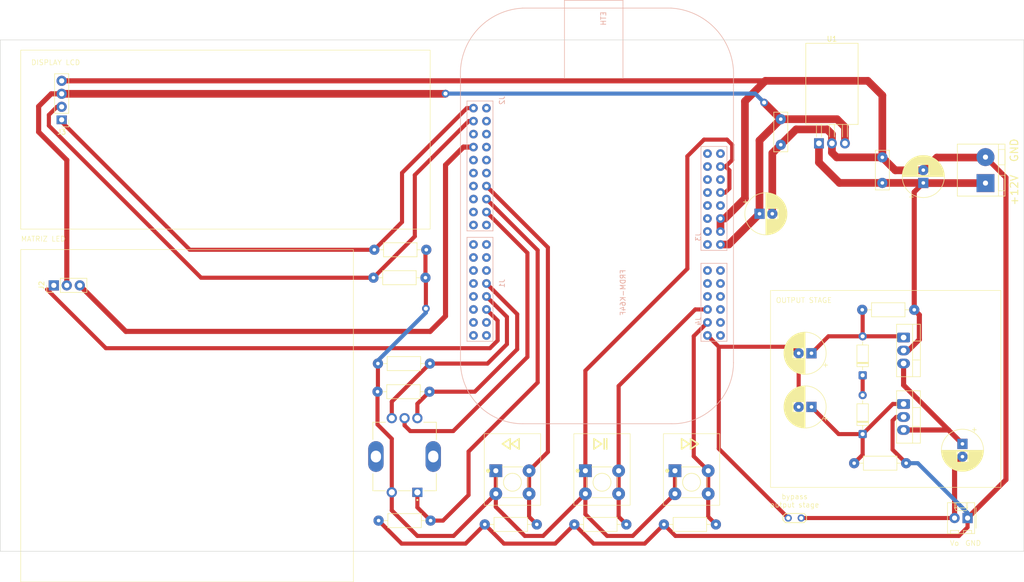
<source format=kicad_pcb>
(kicad_pcb (version 20241229) (generator "pcbnew") (generator_version "9.0")
  (layers (0 "F.Cu" signal) (2 "B.Cu" signal) (13 "F.Paste" user) (15 "B.Paste" user) (5 "F.SilkS" user "F.Silkscreen") (7 "B.SilkS" user "B.Silkscreen") (1 "F.Mask" user) (3 "B.Mask" user) (25 "Edge.Cuts" user))
  (net 0 "")
  (net 1 "+5V")
  (net 2 "GND")
  (net 3 "+12V")
  (net 5 "/enc_RCHB")
  (net 11 "/scl")
  (net 12 "/bt_play{slash}stop")
  (net 17 "/enc_sw")
  (net 19 "/enc_RCHA")
  (net 22 "/bt_next")
  (net 26 "/sda")
  (net 29 "+3V3")
  (net 33 "/matriz_led")
  (net 34 "/bt_prev")
  (net 41 "/DAC_out")
  (net 49 "Net-(Q1-E)")
  (net 50 "/etapa_salida")
  (net 51 "Net-(D1-A)")
  (net 52 "Net-(D2-K)")
  (net 53 "Net-(D1-K)")
  (footprint "TCLib:CP_2.50mm" (layer "F.Cu") (at 243.5 122 -90)
    (property "Reference" "C5" (hide yes))
    (property "Value" "C_Polarized")
    (pad "1" thru_hole rect (at 0 0 270) (size 2 2) (drill 0.7) (layers "*.Cu" "*.Mask") (net 49 "Net-(Q1-E)"))
    (pad "2" thru_hole circle (at 2.5 0 270) (size 2 2) (drill 0.7) (layers "*.Cu" "*.Mask") (net 50 "/etapa_salida"))
  )
  (footprint "TCLib:SW_Tactile" (layer "F.Cu") (at 155.575 129.5)
    (property "Reference" "S3" (hide yes))
    (property "Value" "SW_Tactile")
    (pad "1" thru_hole rect (at -3.25 -2.25) (size 2.5 2.5) (drill 0.99) (layers "*.Cu" "*.Mask") (net 29 "+3V3"))
    (pad "2" thru_hole circle (at -3.25 2.25) (size 2.5 2.5) (drill 0.99) (layers "*.Cu" "*.Mask") (net 29 "+3V3"))
    (pad "3" thru_hole circle (at 3.25 -2.25) (size 2.5 2.5) (drill 0.99) (layers "*.Cu" "*.Mask") (net 34 "/bt_prev"))
    (pad "4" thru_hole circle (at 3.25 2.25) (size 2.5 2.5) (drill 0.99) (layers "*.Cu" "*.Mask") (net 34 "/bt_prev"))
  )
  (footprint "TCLib:TO-220-3_Vertical" (layer "F.Cu") (at 232 101.195 -90)
    (property "Reference" "Q2" (hide yes))
    (property "Value" "TIP31")
    (pad "1" thru_hole roundrect (at 0 0 270) (size 1.9 2.5) (drill 1.1) (layers "*.Cu" "*.Mask") (roundrect_rratio 0.1312335958) (net 51 "Net-(D1-A)"))
    (pad "2" thru_hole oval (at 2.54 0 270) (size 1.9 2.5) (drill 1.1) (layers "*.Cu" "*.Mask") (net 3 "+12V"))
    (pad "3" thru_hole oval (at 5.08 0 270) (size 1.9 2.5) (drill 1.1) (layers "*.Cu" "*.Mask") (net 49 "Net-(Q1-E)"))
  )
  (footprint "TCLib:CP_2.50mm" (layer "F.Cu") (at 235.85 70.965 90)
    (property "Reference" "C4" (hide yes))
    (property "Value" "C_Polarized" (hide yes))
    (pad "1" thru_hole rect (at 0 0 90) (size 2 2) (drill 0.7) (layers "*.Cu" "*.Mask") (net 3 "+12V"))
    (pad "2" thru_hole circle (at 2.5 0 90) (size 2 2) (drill 0.7) (layers "*.Cu" "*.Mask") (net 2 "GND"))
  )
  (footprint "TCLib:TO-220-3_Vertical" (layer "F.Cu") (at 232 114.195 -90)
    (property "Reference" "Q1" (hide yes))
    (property "Value" "TIP32")
    (pad "1" thru_hole roundrect (at 0 0 270) (size 1.9 2.5) (drill 1.1) (layers "*.Cu" "*.Mask") (roundrect_rratio 0.1312335958) (net 52 "Net-(D2-K)"))
    (pad "2" thru_hole oval (at 2.54 0 270) (size 1.9 2.5) (drill 1.1) (layers "*.Cu" "*.Mask") (net 2 "GND"))
    (pad "3" thru_hole oval (at 5.08 0 270) (size 1.9 2.5) (drill 1.1) (layers "*.Cu" "*.Mask") (net 49 "Net-(Q1-E)"))
  )
  (footprint "TCLib:Bornera_2_P5mm" (layer "F.Cu") (at 248 71 90)
    (property "Reference" "J4" (hide yes))
    (property "Value" "Terminal_2" (hide yes))
    (pad "1" thru_hole rect (at 0 0 90) (size 3.5 3.5) (drill 1) (layers "*.Cu" "*.Mask") (net 2 "GND"))
    (pad "2" thru_hole circle (at 5.08 0 90) (size 3.5 3.5) (drill 1) (layers "*.Cu" "*.Mask") (net 3 "+12V"))
  )
  (footprint "TCLib:Molex_1x02_P2.54mm" (layer "F.Cu") (at 244.5 136.5 180)
    (property "Reference" "J7" (hide yes))
    (property "Value" "Connector_2_Pol")
    (pad "1" thru_hole rect (at 0 0 180) (size 2 2) (drill 1) (layers "*.Cu" "*.Mask") (net 2 "GND"))
    (pad "2" thru_hole circle (at 2.54 0 180) (size 2 2) (drill 1) (layers "*.Cu" "*.Mask") (net 50 "/etapa_salida"))
  )
  (footprint "TCLib:C_5mm" (layer "F.Cu") (at 208 58.5 -90)
    (property "Reference" "C1" (hide yes))
    (property "Value" "C")
    (pad "1" thru_hole circle (at 0 0 270) (size 2 2) (drill 0.7) (layers "*.Cu" "*.Mask") (net 1 "+5V"))
    (pad "2" thru_hole circle (at 5 0 270) (size 2 2) (drill 0.7) (layers "*.Cu" "*.Mask") (net 2 "GND"))
  )
  (footprint "TCLib:R_0.25W" (layer "F.Cu") (at 160.33 137.75 180)
    (property "Reference" "R7" (hide yes))
    (property "Value" "1k")
    (pad "1" thru_hole circle (at 0 0 180) (size 2 2) (drill 0.7) (layers "*.Cu" "*.Mask") (net 34 "/bt_prev"))
    (pad "2" thru_hole circle (at 10.16 0 180) (size 2 2) (drill 0.7) (layers "*.Cu" "*.Mask") (net 2 "GND"))
  )
  (footprint "TCLib:CP_2.50mm" (layer "F.Cu") (at 214 114.775 180)
    (property "Reference" "C7" (hide yes))
    (property "Value" "C_Polarized")
    (pad "1" thru_hole rect (at 0 0 180) (size 2 2) (drill 0.7) (layers "*.Cu" "*.Mask") (net 52 "Net-(D2-K)"))
    (pad "2" thru_hole circle (at 2.5 0 180) (size 2 2) (drill 0.7) (layers "*.Cu" "*.Mask") (net 41 "/DAC_out"))
  )
  (footprint "Connector_PinHeader_2.54mm:PinHeader_1x04_P2.54mm_Vertical" (layer "F.Cu") (at 67.5 58.62 180)
    (property "Reference" "J3" (at 0 -2.38 0) (layer "F.SilkS"))
    (property "Value" "Conn_01x04_Pin")
    (pad "1" thru_hole rect (at 0 0 180) (size 2 1.7) (drill 1) (layers "*.Cu" "*.Mask") (net 11 "/scl"))
    (pad "2" thru_hole circle (at 0 2.54 180) (size 2 2) (drill 1) (layers "*.Cu" "*.Mask") (net 26 "/sda"))
    (pad "3" thru_hole circle (at 0 5.08 180) (size 2 2) (drill 1) (layers "*.Cu" "*.Mask") (net 1 "+5V"))
    (pad "4" thru_hole circle (at 0 7.62 180) (size 2 2) (drill 1) (layers "*.Cu" "*.Mask") (net 2 "GND"))
  )
  (footprint "Diode_THT:D_DO-35_SOD27_P7.62mm_Horizontal" (layer "F.Cu") (at 224 108.585 90)
    (property "Reference" "D1" (hide yes))
    (property "Value" "1N4148")
    (pad "1" thru_hole roundrect (at 0 0 90) (size 1.6 1.6) (drill 0.8) (layers "*.Cu" "*.Mask") (roundrect_rratio 0.15625) (net 53 "Net-(D1-K)"))
    (pad "2" thru_hole circle (at 7.62 0 90) (size 1.6 1.6) (drill 0.8) (layers "*.Cu" "*.Mask") (net 51 "Net-(D1-A)"))
  )
  (footprint "SistEmb:XDCR_PEC12R-4115F-S0012" (layer "F.Cu") (at 134.5 124.47 180)
    (property "Reference" "SW1" (hide yes))
    (property "Value" "RotaryEncoder_Switch")
    (pad "A" thru_hole circle (at -2.5 7.5 180) (size 2 2) (drill 1.2) (layers "*.Cu" "*.Mask") (net 19 "/enc_RCHA"))
    (pad "B" thru_hole circle (at 2.5 7.5 180) (size 2 2) (drill 1.2) (layers "*.Cu" "*.Mask") (net 5 "/enc_RCHB"))
    (pad "C" thru_hole circle (at 0 7.5 180) (size 2 2) (drill 1.2) (layers "*.Cu" "*.Mask") (net 2 "GND"))
    (pad "S1" thru_hole rect (at -2.5 -7 180) (size 2 1.8) (drill 1.2) (layers "*.Cu" "*.Mask") (net 17 "/enc_sw"))
    (pad "S2" thru_hole circle (at 2.5 -7 180) (size 2 2) (drill 1.2) (layers "*.Cu" "*.Mask") (net 29 "+3V3"))
    (pad "SH1" thru_hole oval (at -5.6 0 180) (size 3 6) (drill oval 2 2.3) (layers "*.Cu" "*.Mask"))
    (pad "SH2" thru_hole oval (at 5.6 0 180) (size 3 6) (drill oval 2 2.3) (layers "*.Cu" "*.Mask"))
  )
  (footprint "TCLib:R_0.25W" (layer "F.Cu") (at 138.58 89.5 180)
    (property "Reference" "R3" (hide yes))
    (property "Value" "R" (hide yes))
    (pad "1" thru_hole circle (at 0 0 180) (size 2 2) (drill 0.7) (layers "*.Cu" "*.Mask") (net 29 "+3V3"))
    (pad "2" thru_hole circle (at 10.16 0 180) (size 2 2) (drill 0.7) (layers "*.Cu" "*.Mask") (net 26 "/sda"))
  )
  (footprint "TCLib:R_0.25W" (layer "F.Cu") (at 177.83 137.75 180)
    (property "Reference" "R5" (hide yes))
    (property "Value" "1k")
    (pad "1" thru_hole circle (at 0 0 180) (size 2 2) (drill 0.7) (layers "*.Cu" "*.Mask") (net 12 "/bt_play{slash}stop"))
    (pad "2" thru_hole circle (at 10.16 0 180) (size 2 2) (drill 0.7) (layers "*.Cu" "*.Mask") (net 2 "GND"))
  )
  (footprint "TCLib:CP_2.50mm" (layer "F.Cu") (at 214 104.275 180)
    (property "Reference" "C6" (hide yes))
    (property "Value" "C_Polarized")
    (pad "1" thru_hole rect (at 0 0 180) (size 2 2) (drill 0.7) (layers "*.Cu" "*.Mask") (net 51 "Net-(D1-A)"))
    (pad "2" thru_hole circle (at 2.5 0 180) (size 2 2) (drill 0.7) (layers "*.Cu" "*.Mask") (net 41 "/DAC_out"))
  )
  (footprint "TCLib:R_0.25W" (layer "F.Cu") (at 222.34 125.775)
    (property "Reference" "R10" (hide yes))
    (property "Value" "R")
    (pad "1" thru_hole circle (at 0 0) (size 2 2) (drill 0.7) (layers "*.Cu" "*.Mask") (net 52 "Net-(D2-K)"))
    (pad "2" thru_hole circle (at 10.16 0) (size 2 2) (drill 0.7) (layers "*.Cu" "*.Mask") (net 2 "GND"))
  )
  (footprint "Connector_PinHeader_2.54mm:PinHeader_1x03_P2.54mm_Vertical" (layer "F.Cu") (at 65.96 91 90)
    (property "Reference" "J2" (at 0 -2.38 90) (layer "F.SilkS"))
    (property "Value" "Conn_01x03_Pin")
    (pad "1" thru_hole rect (at 0 0 90) (size 2 2) (drill 1) (layers "*.Cu" "*.Mask") (net 33 "/matriz_led"))
    (pad "2" thru_hole circle (at 0 2.54 90) (size 2 2) (drill 1) (layers "*.Cu" "*.Mask") (net 1 "+5V"))
    (pad "3" thru_hole circle (at 0 5.08 90) (size 2 2) (drill 1) (layers "*.Cu" "*.Mask") (net 2 "GND"))
  )
  (footprint "TCLib:SW_Tactile" (layer "F.Cu") (at 173.075 129.5)
    (property "Reference" "S1" (hide yes))
    (property "Value" "SW_Tactile")
    (pad "1" thru_hole rect (at -3.25 -2.25) (size 2.5 2.5) (drill 0.99) (layers "*.Cu" "*.Mask") (net 29 "+3V3"))
    (pad "2" thru_hole circle (at -3.25 2.25) (size 2.5 2.5) (drill 0.99) (layers "*.Cu" "*.Mask") (net 29 "+3V3"))
    (pad "3" thru_hole circle (at 3.25 -2.25) (size 2.5 2.5) (drill 0.99) (layers "*.Cu" "*.Mask") (net 12 "/bt_play{slash}stop"))
    (pad "4" thru_hole circle (at 3.25 2.25) (size 2.5 2.5) (drill 0.99) (layers "*.Cu" "*.Mask") (net 12 "/bt_play{slash}stop"))
  )
  (footprint "TCLib:SW_Tactile" (layer "F.Cu") (at 190.575 129.5)
    (property "Reference" "S2" (hide yes))
    (property "Value" "SW_Tactile")
    (pad "1" thru_hole rect (at -3.25 -2.25) (size 2.5 2.5) (drill 0.99) (layers "*.Cu" "*.Mask") (net 29 "+3V3"))
    (pad "2" thru_hole circle (at -3.25 2.25) (size 2.5 2.5) (drill 0.99) (layers "*.Cu" "*.Mask") (net 29 "+3V3"))
    (pad "3" thru_hole circle (at 3.25 -2.25) (size 2.5 2.5) (drill 0.99) (layers "*.Cu" "*.Mask") (net 22 "/bt_next"))
    (pad "4" thru_hole circle (at 3.25 2.25) (size 2.5 2.5) (drill 0.99) (layers "*.Cu" "*.Mask") (net 22 "/bt_next"))
  )
  (footprint "TCLib:R_0.25W" (layer "F.Cu") (at 139.58 137 180)
    (property "Reference" "R8" (hide yes))
    (property "Value" "1k")
    (pad "1" thru_hole circle (at 0 0 180) (size 2 2) (drill 0.7) (layers "*.Cu" "*.Mask") (net 17 "/enc_sw"))
    (pad "2" thru_hole circle (at 10.16 0 180) (size 2 2) (drill 0.7) (layers "*.Cu" "*.Mask") (net 2 "GND"))
  )
  (footprint "TCLib:R_0.25W" (layer "F.Cu") (at 139.37 111.79 180)
    (property "Reference" "R2" (hide yes))
    (property "Value" "10k")
    (pad "1" thru_hole circle (at 0 0 180) (size 2 2) (drill 0.7) (layers "*.Cu" "*.Mask") (net 19 "/enc_RCHA"))
    (pad "2" thru_hole circle (at 10.16 0 180) (size 2 2) (drill 0.7) (layers "*.Cu" "*.Mask") (net 29 "+3V3"))
  )
  (footprint "TCLib:R_0.25W" (layer "F.Cu") (at 129.29 106.29)
    (property "Reference" "R1" (hide yes))
    (property "Value" "10k")
    (pad "1" thru_hole circle (at 0 0) (size 2 2) (drill 0.7) (layers "*.Cu" "*.Mask") (net 29 "+3V3"))
    (pad "2" thru_hole circle (at 10.16 0) (size 2 2) (drill 0.7) (layers "*.Cu" "*.Mask") (net 5 "/enc_RCHB"))
  )
  (footprint "Package_TO_SOT_THT:TO-220-3_Horizontal_TabDown" (layer "F.Cu") (at 215.46 63.23)
    (property "Reference" "U1" (at 2.54 -20.41 0) (layer "F.SilkS"))
    (property "Value" "L7805")
    (pad "" np_thru_hole circle (at 2.54 -16.66) (size 3.5 3.5) (drill 3.5) (layers "*.Cu" "*.Mask"))
    (pad "1" thru_hole rect (at 0 0) (size 1.905 2) (drill 1.1) (layers "*.Cu" "*.Mask") (net 3 "+12V"))
    (pad "2" thru_hole oval (at 2.54 0) (size 1.905 2) (drill 1.1) (layers "*.Cu" "*.Mask") (net 2 "GND"))
    (pad "3" thru_hole oval (at 5.08 0) (size 1.905 2) (drill 1.1) (layers "*.Cu" "*.Mask") (net 1 "+5V"))
  )
  (footprint "TestPoint:TestPoint_2Pads_Pitch2.54mm_Drill0.8mm" (layer "F.Cu") (at 209.46 136.5)
    (property "Reference" "JP1" (hide yes))
    (property "Value" "Jumper_2_Bridged" (hide yes))
    (pad "1" thru_hole circle (at 0 0) (size 1.4 1.4) (drill 0.8) (layers "*.Cu" "*.Mask") (net 41 "/DAC_out"))
    (pad "2" thru_hole circle (at 2.54 0) (size 1.4 1.4) (drill 0.8) (layers "*.Cu" "*.Mask") (net 50 "/etapa_salida"))
  )
  (footprint "TCLib:C_5mm" (layer "F.Cu") (at 227.85 70.965 90)
    (property "Reference" "C2" (hide yes))
    (property "Value" "C")
    (pad "1" thru_hole circle (at 0 0 90) (size 2 2) (drill 0.7) (layers "*.Cu" "*.Mask") (net 3 "+12V"))
    (pad "2" thru_hole circle (at 5 0 90) (size 2 2) (drill 0.7) (layers "*.Cu" "*.Mask") (net 2 "GND"))
  )
  (footprint "Diode_THT:D_DO-35_SOD27_P7.62mm_Horizontal" (layer "F.Cu") (at 224 120.085 90)
    (property "Reference" "D2" (hide yes))
    (property "Value" "1N4148")
    (pad "1" thru_hole roundrect (at 0 0 90) (size 1.6 1.6) (drill 0.8) (layers "*.Cu" "*.Mask") (roundrect_rratio 0.15625) (net 52 "Net-(D2-K)"))
    (pad "2" thru_hole circle (at 7.62 0 90) (size 1.6 1.6) (drill 0.8) (layers "*.Cu" "*.Mask") (net 53 "Net-(D1-K)"))
  )
  (footprint "TCLib:R_0.25W" (layer "F.Cu") (at 138.742177 84.035752 180)
    (property "Reference" "R4" (hide yes))
    (property "Value" "R")
    (pad "1" thru_hole circle (at 0 0 180) (size 2 2) (drill 0.7) (layers "*.Cu" "*.Mask") (net 29 "+3V3"))
    (pad "2" thru_hole circle (at 10.16 0 180) (size 2 2) (drill 0.7) (layers "*.Cu" "*.Mask") (net 11 "/scl"))
  )
  (footprint "TCLib:R_0.25W" (layer "F.Cu") (at 195.33 137.75 180)
    (property "Reference" "R6" (hide yes))
    (property "Value" "1k")
    (pad "1" thru_hole circle (at 0 0 180) (size 2 2) (drill 0.7) (layers "*.Cu" "*.Mask") (net 22 "/bt_next"))
    (pad "2" thru_hole circle (at 10.16 0 180) (size 2 2) (drill 0.7) (layers "*.Cu" "*.Mask") (net 2 "GND"))
  )
  (footprint "TCLib:R_0.25W" (layer "F.Cu") (at 234.08 95.775 180)
    (property "Reference" "R11" (hide yes))
    (property "Value" "R")
    (pad "1" thru_hole circle (at 0 0 180) (size 2 2) (drill 0.7) (layers "*.Cu" "*.Mask") (net 3 "+12V"))
    (pad "2" thru_hole circle (at 10.16 0 180) (size 2 2) (drill 0.7) (layers "*.Cu" "*.Mask") (net 51 "Net-(D1-A)"))
  )
  (footprint "TCLib:CP_2.50mm" (layer "F.Cu") (at 203.847349 77)
    (property "Reference" "C3" (hide yes))
    (property "Value" "C_Polarized")
    (pad "1" thru_hole rect (at 0 0) (size 2 2) (drill 0.7) (layers "*.Cu" "*.Mask") (net 1 "+5V"))
    (pad "2" thru_hole circle (at 2.5 0) (size 2 2) (drill 0.7) (layers "*.Cu" "*.Mask") (net 2 "GND"))
  )
  (footprint "SistEmb:FRDM-K64F" (layer "B.Cu") (at 172.09 77.168 -90)
    (property "Reference" "J1" (hide yes))
    (property "Value" "FRDM-K64F")
    (fp_text user "J1" (at 13.462 18.542 90) (layer "B.SilkS") (effects (justify mirror)))
    (fp_text user "J3" (at 4.318 -19.812 90) (layer "B.SilkS") (effects (justify mirror)))
    (fp_text user "ETH" (at -38.354 -1.27 90) (layer "B.SilkS") (effects (justify mirror)))
    (fp_text user "J4" (at 20.828 -19.812 90) (layer "B.SilkS") (effects (justify mirror)))
    (fp_text user "J2" (at -22.352 18.542 90) (layer "B.SilkS") (effects (justify mirror)))
    (fp_text user "FRDM-K64F" (at 15.24 -5.08 90) (layer "B.SilkS") (effects (justify mirror)))
    (pad "J1-1" thru_hole circle (at 23.622 21.59 270) (size 1.7 1.7) (drill 0.8) (layers "*.Cu" "*.Mask"))
    (pad "J1-2" thru_hole circle (at 23.622 24.13 270) (size 1.7 1.7) (drill 0.8) (layers "*.Cu" "*.Mask"))
    (pad "J1-3" thru_hole circle (at 21.082 21.59 270) (size 1.7 1.7) (drill 0.8) (layers "*.Cu" "*.Mask"))
    (pad "J1-4" thru_hole circle (at 21.082 24.13 270) (size 1.7 1.7) (drill 0.8) (layers "*.Cu" "*.Mask"))
    (pad "J1-5" thru_hole circle (at 18.542 21.59 270) (size 1.7 1.7) (drill 0.8) (layers "*.Cu" "*.Mask") (net 33 "/matriz_led"))
    (pad "J1-6" thru_hole circle (at 18.542 24.13 270) (size 1.7 1.7) (drill 0.8) (layers "*.Cu" "*.Mask"))
    (pad "J1-7" thru_hole circle (at 16.002 21.59 270) (size 1.7 1.7) (drill 0.8) (layers "*.Cu" "*.Mask") (net 5 "/enc_RCHB"))
    (pad "J1-8" thru_hole circle (at 16.002 24.13 270) (size 1.7 1.7) (drill 0.8) (layers "*.Cu" "*.Mask"))
    (pad "J1-9" thru_hole circle (at 13.462 21.59 270) (size 1.7 1.7) (drill 0.8) (layers "*.Cu" "*.Mask") (net 19 "/enc_RCHA"))
    (pad "J1-10" thru_hole circle (at 13.462 24.13 270) (size 1.7 1.7) (drill 0.8) (layers "*.Cu" "*.Mask"))
    (pad "J1-11" thru_hole circle (at 10.922 21.59 270) (size 1.7 1.7) (drill 0.8) (layers "*.Cu" "*.Mask"))
    (pad "J1-12" thru_hole circle (at 10.922 24.13 270) (size 1.7 1.7) (drill 0.8) (layers "*.Cu" "*.Mask"))
    (pad "J1-13" thru_hole circle (at 8.382 21.59 270) (size 1.7 1.7) (drill 0.8) (layers "*.Cu" "*.Mask"))
    (pad "J1-14" thru_hole circle (at 8.382 24.13 270) (size 1.7 1.7) (drill 0.8) (layers "*.Cu" "*.Mask"))
    (pad "J1-15" thru_hole circle (at 5.842 21.59 270) (size 1.7 1.7) (drill 0.8) (layers "*.Cu" "*.Mask"))
    (pad "J1-16" thru_hole circle (at 5.842 24.13 270) (size 1.7 1.7) (drill 0.8) (layers "*.Cu" "*.Mask"))
    (pad "J2-1" thru_hole circle (at 2.032 21.59 270) (size 1.7 1.7) (drill 0.8) (layers "*.Cu" "*.Mask"))
    (pad "J2-2" thru_hole circle (at 2.032 24.13 270) (size 1.7 1.7) (drill 0.8) (layers "*.Cu" "*.Mask"))
    (pad "J2-3" thru_hole circle (at -0.508 21.59 270) (size 1.7 1.7) (drill 0.8) (layers "*.Cu" "*.Mask") (net 2 "GND"))
    (pad "J2-4" thru_hole circle (at -0.508 24.13 270) (size 1.7 1.7) (drill 0.8) (layers "*.Cu" "*.Mask"))
    (pad "J2-5" thru_hole circle (at -3.048 21.59 270) (size 1.7 1.7) (drill 0.8) (layers "*.Cu" "*.Mask") (net 17 "/enc_sw"))
    (pad "J2-6" thru_hole circle (at -3.048 24.13 270) (size 1.7 1.7) (drill 0.8) (layers "*.Cu" "*.Mask"))
    (pad "J2-7" thru_hole circle (at -5.588 21.59 270) (size 1.7 1.7) (drill 0.8) (layers "*.Cu" "*.Mask") (net 34 "/bt_prev"))
    (pad "J2-8" thru_hole circle (at -5.588 24.13 270) (size 1.7 1.7) (drill 0.8) (layers "*.Cu" "*.Mask"))
    (pad "J2-9" thru_hole circle (at -8.128 21.59 270) (size 1.7 1.7) (drill 0.8) (layers "*.Cu" "*.Mask"))
    (pad "J2-10" thru_hole circle (at -8.128 24.13 270) (size 1.7 1.7) (drill 0.8) (layers "*.Cu" "*.Mask"))
    (pad "J2-11" thru_hole circle (at -10.668 21.59 270) (size 1.7 1.7) (drill 0.8) (layers "*.Cu" "*.Mask"))
    (pad "J2-12" thru_hole circle (at -10.668 24.13 270) (size 1.7 1.7) (drill 0.8) (layers "*.Cu" "*.Mask"))
    (pad "J2-13" thru_hole circle (at -13.208 21.59 270) (size 1.7 1.7) (drill 0.8) (layers "*.Cu" "*.Mask"))
    (pad "J2-14" thru_hole circle (at -13.208 24.13 270) (size 1.7 1.7) (drill 0.8) (layers "*.Cu" "*.Mask") (net 2 "GND"))
    (pad "J2-15" thru_hole circle (at -15.748 21.59 270) (size 1.7 1.7) (drill 0.8) (layers "*.Cu" "*.Mask"))
    (pad "J2-16" thru_hole circle (at -15.748 24.13 270) (size 1.7 1.7) (drill 0.8) (layers "*.Cu" "*.Mask"))
    (pad "J2-17" thru_hole circle (at -18.288 21.59 270) (size 1.7 1.7) (drill 0.8) (layers "*.Cu" "*.Mask"))
    (pad "J2-18" thru_hole circle (at -18.288 24.13 270) (size 1.7 1.7) (drill 0.8) (layers "*.Cu" "*.Mask") (net 26 "/sda"))
    (pad "J2-19" thru_hole circle (at -20.828 21.59 270) (size 1.7 1.7) (drill 0.8) (layers "*.Cu" "*.Mask"))
    (pad "J2-20" thru_hole circle (at -20.828 24.13 270) (size 1.7 1.7) (drill 0.8) (layers "*.Cu" "*.Mask") (net 11 "/scl"))
    (pad "J3-1" thru_hole circle (at -11.938 -21.59 270) (size 1.7 1.7) (drill 0.8) (layers "*.Cu" "*.Mask"))
    (pad "J3-2" thru_hole circle (at -11.938 -24.13 270) (size 1.7 1.7) (drill 0.8) (layers "*.Cu" "*.Mask"))
    (pad "J3-3" thru_hole circle (at -9.398 -21.59 270) (size 1.7 1.7) (drill 0.8) (layers "*.Cu" "*.Mask"))
    (pad "J3-4" thru_hole circle (at -9.398 -24.13 270) (size 1.7 1.7) (drill 0.8) (layers "*.Cu" "*.Mask") (net 29 "+3V3"))
    (pad "J3-5" thru_hole circle (at -6.858 -21.59 270) (size 1.7 1.7) (drill 0.8) (layers "*.Cu" "*.Mask"))
    (pad "J3-6" thru_hole circle (at -6.858 -24.13 270) (size 1.7 1.7) (drill 0.8) (layers "*.Cu" "*.Mask"))
    (pad "J3-7" thru_hole circle (at -4.318 -21.59 270) (size 1.7 1.7) (drill 0.8) (layers "*.Cu" "*.Mask"))
    (pad "J3-8" thru_hole circle (at -4.318 -24.13 270) (size 1.7 1.7) (drill 0.8) (layers "*.Cu" "*.Mask") (net 29 "+3V3"))
    (pad "J3-9" thru_hole circle (at -1.778 -21.59 270) (size 1.7 1.7) (drill 0.8) (layers "*.Cu" "*.Mask"))
    (pad "J3-10" thru_hole circle (at -1.778 -24.13 270) (size 1.7 1.7) (drill 0.8) (layers "*.Cu" "*.Mask"))
    (pad "J3-11" thru_hole circle (at 0.762 -21.59 270) (size 1.7 1.7) (drill 0.8) (layers "*.Cu" "*.Mask"))
    (pad "J3-12" thru_hole circle (at 0.762 -24.13 270) (size 1.7 1.7) (drill 0.8) (layers "*.Cu" "*.Mask") (net 2 "GND"))
    (pad "J3-13" thru_hole circle (at 3.302 -21.59 270) (size 1.7 1.7) (drill 0.8) (layers "*.Cu" "*.Mask"))
    (pad "J3-14" thru_hole circle (at 3.302 -24.13 270) (size 1.7 1.7) (drill 0.8) (layers "*.Cu" "*.Mask") (net 2 "GND"))
    (pad "J3-15" thru_hole circle (at 5.842 -21.59 270) (size 1.7 1.7) (drill 0.8) (layers "*.Cu" "*.Mask"))
    (pad "J3-16" thru_hole circle (at 5.842 -24.13 270) (size 1.7 1.7) (drill 0.8) (layers "*.Cu" "*.Mask") (net 1 "+5V"))
    (pad "J4-1" thru_hole circle (at 10.922 -21.59 270) (size 1.7 1.7) (drill 0.8) (layers "*.Cu" "*.Mask"))
    (pad "J4-2" thru_hole circle (at 10.922 -24.13 270) (size 1.7 1.7) (drill 0.8) (layers "*.Cu" "*.Mask"))
    (pad "J4-3" thru_hole circle (at 13.462 -21.59 270) (size 1.7 1.7) (drill 0.8) (layers "*.Cu" "*.Mask"))
    (pad "J4-4" thru_hole circle (at 13.462 -24.13 270) (size 1.7 1.7) (drill 0.8) (layers "*.Cu" "*.Mask"))
    (pad "J4-5" thru_hole circle (at 16.002 -21.59 270) (size 1.7 1.7) (drill 0.8) (layers "*.Cu" "*.Mask"))
    (pad "J4-6" thru_hole circle (at 16.002 -24.13 270) (size 1.7 1.7) (drill 0.8) (layers "*.Cu" "*.Mask"))
    (pad "J4-7" thru_hole circle (at 18.542 -21.59 270) (size 1.7 1.7) (drill 0.8) (layers "*.Cu" "*.Mask") (net 12 "/bt_play{slash}stop"))
    (pad "J4-8" thru_hole circle (at 18.542 -24.13 270) (size 1.7 1.7) (drill 0.8) (layers "*.Cu" "*.Mask"))
    (pad "J4-9" thru_hole circle (at 21.082 -21.59 270) (size 1.7 1.7) (drill 0.8) (layers "*.Cu" "*.Mask") (net 22 "/bt_next"))
    (pad "J4-10" thru_hole circle (at 21.082 -24.13 270) (size 1.7 1.7) (drill 0.8) (layers "*.Cu" "*.Mask"))
    (pad "J4-11" thru_hole circle (at 23.622 -21.59 270) (size 1.7 1.7) (drill 0.8) (layers "*.Cu" "*.Mask") (net 41 "/DAC_out"))
    (pad "J4-12" thru_hole circle (at 23.622 -24.13 270) (size 1.7 1.7) (drill 0.8) (layers "*.Cu" "*.Mask"))
  )
  (gr_line (start 173.5 123) (end 173.5 121) (stroke (width 0.3)) (layer "F.SilkS"))
  (gr_line (start 155.375 122) (end 156.875 123) (stroke (width 0.3)) (layer "F.SilkS"))
  (gr_rect (start 185.075 120) (end 196.075 134) (stroke (width 0.1)) (fill no) (layer "F.SilkS"))
  (gr_rect (start 59.5 84) (end 124.5 149) (stroke (width 0.1)) (fill no) (layer "F.SilkS"))
  (gr_line (start 156.875 123) (end 156.875 121) (stroke (width 0.3)) (layer "F.SilkS"))
  (gr_line (start 190.375 121) (end 190.375 123) (stroke (width 0.3)) (layer "F.SilkS"))
  (gr_line (start 153.625 122) (end 155.125 123) (stroke (width 0.3)) (layer "F.SilkS"))
  (gr_line (start 156.875 121) (end 155.375 122) (stroke (width 0.3)) (layer "F.SilkS"))
  (gr_line (start 190.125 122) (end 188.625 121) (stroke (width 0.3)) (layer "F.SilkS"))
  (gr_line (start 188.625 121) (end 188.625 123) (stroke (width 0.3)) (layer "F.SilkS"))
  (gr_line (start 171.5 121) (end 171.5 123) (stroke (width 0.3)) (layer "F.SilkS"))
  (gr_rect (start 59.5 45) (end 139.5 80) (stroke (width 0.1)) (fill no) (layer "F.SilkS"))
  (gr_line (start 173 122) (end 171.5 121) (stroke (width 0.3)) (layer "F.SilkS"))
  (gr_line (start 171.5 123) (end 173 122) (stroke (width 0.3)) (layer "F.SilkS"))
  (gr_rect (start 167.575 120) (end 178.575 134) (stroke (width 0.1)) (fill no) (layer "F.SilkS"))
  (gr_rect (start 206 92) (end 251 130.5) (stroke (width 0.1)) (fill no) (layer "F.SilkS"))
  (gr_line (start 191.875 122) (end 190.375 121) (stroke (width 0.3)) (layer "F.SilkS"))
  (gr_line (start 155.125 123) (end 155.125 121) (stroke (width 0.3)) (layer "F.SilkS"))
  (gr_line (start 174 121) (end 174 123) (stroke (width 0.3)) (layer "F.SilkS"))
  (gr_line (start 190.375 123) (end 191.875 122) (stroke (width 0.3)) (layer "F.SilkS"))
  (gr_rect (start 150.075 120) (end 161.075 134) (stroke (width 0.1)) (fill no) (layer "F.SilkS"))
  (gr_line (start 155.125 121) (end 153.625 122) (stroke (width 0.3)) (layer "F.SilkS"))
  (gr_line (start 188.625 123) (end 190.125 122) (stroke (width 0.3)) (layer "F.SilkS"))
  (gr_rect (start 55.5 43) (end 255.5 143) (stroke (width 0.1)) (fill no) (layer "Edge.Cuts"))
  (gr_text "GND" (at 254.5 67 90) (layer "F.SilkS") (effects (font (size 1.5 1.5) (thickness 0.2)) (justify left bottom)))
  (gr_text "DISPLAY LCD" (at 61.5 48 0) (layer "F.SilkS") (effects (font (size 1 1) (thickness 0.1)) (justify left bottom)))
  (gr_text "bypass\noutput stage" (at 210.71 134.5 0) (layer "F.SilkS") (effects (font (size 1 1) (thickness 0.1)) (justify bottom)))
  (gr_text "GND" (at 244 142 0) (layer "F.SilkS") (effects (font (size 1 1) (thickness 0.1)) (justify left bottom)))
  (gr_text "MATRIZ LED" (at 59.5 82.5 0) (layer "F.SilkS") (effects (font (size 1 1) (thickness 0.1)) (justify left bottom)))
  (gr_text "OUTPUT STAGE" (at 207 94.5 0) (layer "F.SilkS") (effects (font (size 1 1) (thickness 0.1)) (justify left bottom)))
  (gr_text "+12V" (at 254.5 75.5 90) (layer "F.SilkS") (effects (font (size 1.5 1.5) (thickness 0.2)) (justify left bottom)))
  (gr_text "Vo" (at 241 142 0) (layer "F.SilkS") (effects (font (size 1 1) (thickness 0.1)) (justify left bottom)))
  (segment (start 208 58.5) (end 204.75 55.25) (width 1.5) (layer "F.Cu") (net 1))
  (segment (start 196.22 83.01) (end 197.837349 83.01) (width 1.5) (layer "F.Cu") (net 1))
  (segment (start 142.46 53.54) (end 67.5 53.54) (width 1.5) (layer "F.Cu") (net 1))
  (segment (start 63 56) (end 63 61) (width 1) (layer "F.Cu") (net 1))
  (segment (start 220.54 60.04) (end 220.54 63.23) (width 1.5) (layer "F.Cu") (net 1))
  (segment (start 67.5 53.54) (end 65.46 53.54) (width 1) (layer "F.Cu") (net 1))
  (segment (start 203.847349 77) (end 203.847349 62.652651) (width 1.5) (layer "F.Cu") (net 1))
  (segment (start 219 58.5) (end 220.54 60.04) (width 1.5) (layer "F.Cu") (net 1))
  (segment (start 65.46 53.54) (end 63 56) (width 1) (layer "F.Cu") (net 1))
  (segment (start 142.5 53.5) (end 142.46 53.54) (width 1.5) (layer "F.Cu") (net 1))
  (segment (start 203.847349 62.652651) (end 208 58.5) (width 1.5) (layer "F.Cu") (net 1))
  (segment (start 208 58.5) (end 219 58.5) (width 1.5) (layer "F.Cu") (net 1))
  (segment (start 197.837349 83.01) (end 203.847349 77) (width 1.5) (layer "F.Cu") (net 1))
  (segment (start 68.5 66.5) (end 68.5 91) (width 1) (layer "F.Cu") (net 1))
  (segment (start 63 61) (end 68.5 66.5) (width 1) (layer "F.Cu") (net 1))
  (via (at 142.5 53.5) (size 1.5) (drill 0.8) (layers "F.Cu" "B.Cu") (net 1))
  (via (at 204.75 55.25) (size 1.5) (drill 0.8) (layers "F.Cu" "B.Cu") (net 1))
  (segment (start 203 53.5) (end 204.75 55.25) (width 0.8) (layer "B.Cu") (net 1))
  (segment (start 142.5 53.5) (end 203 53.5) (width 0.8) (layer "B.Cu") (net 1))
  (segment (start 205 51) (end 201 55) (width 1.5) (layer "F.Cu") (net 2))
  (segment (start 134.5 116.97) (end 134.5 118.384213) (width 0.8) (layer "F.Cu") (net 2))
  (segment (start 150.5 76.66) (end 158.5 84.66) (width 0.8) (layer "F.Cu") (net 2))
  (segment (start 201 55) (end 201 74) (width 1.5) (layer "F.Cu") (net 2))
  (segment (start 227.85 65.965) (end 227.85 53.85) (width 1.5) (layer "F.Cu") (net 2))
  (segment (start 218.935 65.965) (end 218 65.03) (width 1.5) (layer "F.Cu") (net 2))
  (segment (start 227.85 65.965) (end 230.385 68.5) (width 1.5) (layer "F.Cu") (net 2))
  (segment (start 252 69.92) (end 248 65.92) (width 1) (layer "F.Cu") (net 2))
  (segment (start 232.5 125.775) (end 229.849 123.124) (width 0.8) (layer "F.Cu") (net 2))
  (segment (start 235.85 68.465) (end 236.035 68.465) (width 1.5) (layer "F.Cu") (net 2))
  (segment (start 144 119.5) (end 158.5 105) (width 0.8) (layer "F.Cu") (net 2))
  (segment (start 142.5 97) (end 142.5 67.46) (width 1) (layer "F.Cu") (net 2))
  (segment (start 129.42 137) (end 133.92 141.5) (width 0.8) (layer "F.Cu") (net 2))
  (segment (start 71.04 91) (end 80.04 100) (width 1) (layer "F.Cu") (net 2))
  (segment (start 252 129) (end 252 69.92) (width 1) (layer "F.Cu") (net 2))
  (segment (start 244.5 138.3) (end 244.5 136.5) (width 0.8) (layer "F.Cu") (net 2))
  (segment (start 135.615787 119.5) (end 144 119.5) (width 0.8) (layer "F.Cu") (net 2))
  (segment (start 158.5 84.66) (end 158.5 105) (width 0.8) (layer "F.Cu") (net 2))
  (segment (start 150.17 137.75) (end 153.92 141.5) (width 0.8) (layer "F.Cu") (net 2))
  (segment (start 242.8 140) (end 244.5 138.3) (width 0.8) (layer "F.Cu") (net 2))
  (segment (start 139.5 100) (end 142.5 97) (width 1) (layer "F.Cu") (net 2))
  (segment (start 206.347349 65.152651) (end 206.347349 77) (width 1.5) (layer "F.Cu") (net 2))
  (segment (start 187.42 140) (end 242.8 140) (width 0.8) (layer "F.Cu") (net 2))
  (segment (start 185.17 137.75) (end 187.42 140) (width 0.8) (layer "F.Cu") (net 2))
  (segment (start 201 74) (end 197.07 77.93) (width 1.5) (layer "F.Cu") (net 2))
  (segment (start 218 61.43) (end 217.07 60.5) (width 1.5) (layer "F.Cu") (net 2))
  (segment (start 227.85 53.85) (end 225 51) (width 1.5) (layer "F.Cu") (net 2))
  (segment (start 153.92 141.5) (end 163.92 141.5) (width 0.8) (layer "F.Cu") (net 2))
  (segment (start 146.42 141.5) (end 150.17 137.75) (width 0.8) (layer "F.Cu") (net 2))
  (segment (start 236.035 68.465) (end 238.5 66) (width 1.5) (layer "F.Cu") (net 2))
  (segment (start 238.5 66) (end 247.96 66) (width 1.5) (layer "F.Cu") (net 2))
  (segment (start 235.815 68.5) (end 235.85 68.465) (width 1.5) (layer "F.Cu") (net 2))
  (segment (start 244.5 136) (end 244.5 136.5) (width 0.8) (layer "F.Cu") (net 2))
  (segment (start 208 63.5) (end 206.347349 65.152651) (width 1.5) (layer "F.Cu") (net 2))
  (segment (start 146 63.96) (end 147.96 63.96) (width 1) (layer "F.Cu") (net 2))
  (segment (start 229.849 123.124) (end 229.849 117.436) (width 0.8) (layer "F.Cu") (net 2))
  (segment (start 211 60.5) (end 208 63.5) (width 1.5) (layer "F.Cu") (net 2))
  (segment (start 167.67 137.75) (end 171.42 141.5) (width 0.8) (layer "F.Cu") (net 2))
  (segment (start 171.42 141.5) (end 181.42 141.5) (width 0.8) (layer "F.Cu") (net 2))
  (segment (start 218 65.03) (end 218 63.23) (width 1.5) (layer "F.Cu") (net 2))
  (segment (start 230.385 68.5) (end 235.815 68.5) (width 1.5) (layer "F.Cu") (net 2))
  (segment (start 134.5 118.384213) (end 135.615787 119.5) (width 0.8) (layer "F.Cu") (net 2))
  (segment (start 217.07 60.5) (end 211 60.5) (width 1.5) (layer "F.Cu") (net 2))
  (segment (start 227.85 65.965) (end 218.935 65.965) (width 1.5) (layer "F.Cu") (net 2))
  (segment (start 229.849 117.436) (end 230.55 116.735) (width 0.8) (layer "F.Cu") (net 2))
  (segment (start 244.5 136.5) (end 252 129) (width 1) (layer "F.Cu") (net 2))
  (segment (start 181.42 141.5) (end 185.17 137.75) (width 0.8) (layer "F.Cu") (net 2))
  (segment (start 225 51) (end 205 51) (width 1.5) (layer "F.Cu") (net 2))
  (segment (start 67.5 51) (end 205 51) (width 1) (layer "F.Cu") (net 2))
  (segment (start 218 63.23) (end 218 61.43) (width 1.5) (layer "F.Cu") (net 2))
  (segment (start 142.5 67.46) (end 146 63.96) (width 1) (layer "F.Cu") (net 2))
  (segment (start 247.96 66) (end 248 65.96) (width 1.5) (layer "F.Cu") (net 2))
  (segment (start 80.04 100) (end 139.5 100) (width 1) (layer "F.Cu") (net 2))
  (segment (start 197.07 77.93) (end 196.22 77.93) (width 1.5) (layer "F.Cu") (net 2))
  (segment (start 163.92 141.5) (end 167.67 137.75) (width 0.8) (layer "F.Cu") (net 2))
  (segment (start 248 65.96) (end 248 65.92) (width 1.5) (layer "F.Cu") (net 2))
  (segment (start 230.55 116.735) (end 232 116.735) (width 0.8) (layer "F.Cu") (net 2))
  (segment (start 196.22 77.93) (end 196.22 80.47) (width 1.5) (layer "F.Cu") (net 2))
  (segment (start 133.92 141.5) (end 146.42 141.5) (width 0.8) (layer "F.Cu") (net 2))
  (segment (start 244.5 135.5) (end 234.775 125.775) (width 0.8) (layer "B.Cu") (net 2))
  (segment (start 244.5 136.5) (end 244.5 135.5) (width 0.8) (layer "B.Cu") (net 2))
  (segment (start 234.775 125.775) (end 232.5 125.775) (width 0.8) (layer "B.Cu") (net 2))
  (segment (start 248 71) (end 234.885 71) (width 1.5) (layer "F.Cu") (net 3))
  (segment (start 234.08 95.775) (end 234.08 72.735) (width 1) (layer "F.Cu") (net 3))
  (segment (start 215.46 63.23) (end 215.46 66.96) (width 1.5) (layer "F.Cu") (net 3))
  (segment (start 235.08 96.775) (end 234.08 95.775) (width 1) (layer "F.Cu") (net 3))
  (segment (start 232.936474 103.735) (end 235.08 101.591474) (width 1) (layer "F.Cu") (net 3))
  (segment (start 232 103.735) (end 232.936474 103.735) (width 1) (layer "F.Cu") (net 3))
  (segment (start 234.08 72.735) (end 235.85 70.965) (width 1) (layer "F.Cu") (net 3))
  (segment (start 234.885 71) (end 234.85 70.965) (width 0.8) (layer "F.Cu") (net 3))
  (segment (start 234.85 70.965) (end 227.85 70.965) (width 1.5) (layer "F.Cu") (net 3))
  (segment (start 219.465 70.965) (end 227.85 70.965) (width 1.5) (layer "F.Cu") (net 3))
  (segment (start 215.46 66.96) (end 219.465 70.965) (width 1.5) (layer "F.Cu") (net 3))
  (segment (start 235.08 101.591474) (end 235.08 96.775) (width 1) (layer "F.Cu") (net 3))
  (segment (start 132 113.74) (end 139.45 106.29) (width 0.8) (layer "F.Cu") (net 5))
  (segment (start 154.5 97.17) (end 150.5 93.17) (width 0.8) (layer "F.Cu") (net 5))
  (segment (start 139.45 106.29) (end 150.71 106.29) (width 0.8) (layer "F.Cu") (net 5))
  (segment (start 154.5 102.5) (end 154.5 97.17) (width 0.8) (layer "F.Cu") (net 5))
  (segment (start 150.71 106.29) (end 154.5 102.5) (width 0.8) (layer "F.Cu") (net 5))
  (segment (start 132 116.97) (end 132 113.74) (width 0.8) (layer "F.Cu") (net 5))
  (segment (start 67.5 59) (end 67.5 58.62) (width 0.8) (layer "F.Cu") (net 11))
  (segment (start 92.535752 84.035752) (end 67.5 59) (width 0.8) (layer "F.Cu") (net 11))
  (segment (start 134 78.617929) (end 134 69) (width 0.8) (layer "F.Cu") (net 11))
  (segment (start 146.66 56.34) (end 147.96 56.34) (width 0.8) (layer "F.Cu") (net 11))
  (segment (start 134 69) (end 146.66 56.34) (width 0.8) (layer "F.Cu") (net 11))
  (segment (start 128.582177 84.035752) (end 92.535752 84.035752) (width 0.8) (layer "F.Cu") (net 11))
  (segment (start 128.582177 84.035752) (end 134 78.617929) (width 0.8) (layer "F.Cu") (net 11))
  (segment (start 191.29 95.71) (end 193.68 95.71) (width 0.8) (layer "F.Cu") (net 12))
  (segment (start 176.325 110.675) (end 191.29 95.71) (width 0.8) (layer "F.Cu") (net 12))
  (segment (start 176.325 127.25) (end 176.325 131.75) (width 0.8) (layer "F.Cu") (net 12))
  (segment (start 176.325 136.245) (end 177.83 137.75) (width 0.8) (layer "F.Cu") (net 12))
  (segment (start 176.325 127.25) (end 176.325 110.675) (width 0.8) (layer "F.Cu") (net 12))
  (segment (start 176.325 131.75) (end 176.325 136.245) (width 0.8) (layer "F.Cu") (net 12))
  (segment (start 147 123.5) (end 160.5 110) (width 0.8) (layer "F.Cu") (net 17))
  (segment (start 147 132) (end 147 123.5) (width 0.8) (layer "F.Cu") (net 17))
  (segment (start 142 137) (end 147 132) (width 0.8) (layer "F.Cu") (net 17))
  (segment (start 137 134.42) (end 139.58 137) (width 0.8) (layer "F.Cu") (net 17))
  (segment (start 160.5 84.12) (end 150.5 74.12) (width 0.8) (layer "F.Cu") (net 17))
  (segment (start 137 131.47) (end 137 134.42) (width 0.8) (layer "F.Cu") (net 17))
  (segment (start 160.5 110) (end 160.5 84.12) (width 0.8) (layer "F.Cu") (net 17))
  (segment (start 139.58 137) (end 142 137) (width 0.8) (layer "F.Cu") (net 17))
  (segment (start 148.21 111.79) (end 156.5 103.5) (width 0.8) (layer "F.Cu") (net 19))
  (segment (start 137 114.16) (end 139.37 111.79) (width 0.8) (layer "F.Cu") (net 19))
  (segment (start 137 116.97) (end 137 114.16) (width 0.8) (layer "F.Cu") (net 19))
  (segment (start 156.5 96.63) (end 150.5 90.63) (width 0.8) (layer "F.Cu") (net 19))
  (segment (start 139.37 111.79) (end 148.21 111.79) (width 0.8) (layer "F.Cu") (net 19))
  (segment (start 156.5 103.5) (end 156.5 96.63) (width 0.8) (layer "F.Cu") (net 19))
  (segment (start 191 100.93) (end 191 124.425) (width 0.8) (layer "F.Cu") (net 22))
  (segment (start 193.825 127.25) (end 193.825 131.75) (width 0.8) (layer "F.Cu") (net 22))
  (segment (start 193.825 136.245) (end 195.33 137.75) (width 0.8) (layer "F.Cu") (net 22))
  (segment (start 193.68 98.25) (end 191 100.93) (width 0.8) (layer "F.Cu") (net 22))
  (segment (start 193.825 131.75) (end 193.825 136.245) (width 0.8) (layer "F.Cu") (net 22))
  (segment (start 191 124.425) (end 193.825 127.25) (width 0.8) (layer "F.Cu") (net 22))
  (segment (start 136.5 69.42) (end 147.04 58.88) (width 0.8) (layer "F.Cu") (net 26))
  (segment (start 65 59.772) (end 65 57.66) (width 0.8) (layer "F.Cu") (net 26))
  (segment (start 65 57.66) (end 66.58 56.08) (width 0.8) (layer "F.Cu") (net 26))
  (segment (start 94.728 89.5) (end 65 59.772) (width 0.8) (layer "F.Cu") (net 26))
  (segment (start 147.04 58.88) (end 147.96 58.88) (width 0.8) (layer "F.Cu") (net 26))
  (segment (start 136.5 81.42) (end 136.5 69.42) (width 0.8) (layer "F.Cu") (net 26))
  (segment (start 66.58 56.08) (end 67.5 56.08) (width 0.8) (layer "F.Cu") (net 26))
  (segment (start 128.42 89.5) (end 136.5 81.42) (width 0.8) (layer "F.Cu") (net 26))
  (segment (start 128.42 89.5) (end 94.728 89.5) (width 0.8) (layer "F.Cu") (net 26))
  (segment (start 129.21 111.79) (end 129.21 118.21) (width 0.8) (layer "F.Cu") (net 29))
  (segment (start 179.075 140) (end 187.325 131.75) (width 0.8) (layer "F.Cu") (net 29))
  (segment (start 196.22 67.77) (end 197.23 67.77) (width 0.8) (layer "F.Cu") (net 29))
  (segment (start 197.15 72.85) (end 197.971 72.029) (width 0.8) (layer "F.Cu") (net 29))
  (segment (start 132 121) (end 132 131.47) (width 0.8) (layer "F.Cu") (net 29))
  (segment (start 152.325 131.75) (end 144.075 140) (width 0.8) (layer "F.Cu") (net 29))
  (segment (start 197.23 67.77) (end 198.5 66.5) (width 0.8) (layer "F.Cu") (net 29))
  (segment (start 189.75 65.75) (end 189.75 87.75) (width 0.8) (layer "F.Cu") (net 29))
  (segment (start 138.58 84.197929) (end 138.742177 84.035752) (width 0.8) (layer "F.Cu") (net 29))
  (segment (start 144.075 140) (end 137 140) (width 0.8) (layer "F.Cu") (net 29))
  (segment (start 152.325 131.75) (end 152.325 134.325) (width 0.8) (layer "F.Cu") (net 29))
  (segment (start 197.971 68.511) (end 197.23 67.77) (width 0.8) (layer "F.Cu") (net 29))
  (segment (start 187.325 131.75) (end 187.325 127.25) (width 0.8) (layer "F.Cu") (net 29))
  (segment (start 132 135) (end 132 131.47) (width 0.8) (layer "F.Cu") (net 29))
  (segment (start 169.825 131.75) (end 169.825 135.75) (width 0.8) (layer "F.Cu") (net 29))
  (segment (start 174.075 140) (end 179.075 140) (width 0.8) (layer "F.Cu") (net 29))
  (segment (start 196.22 72.85) (end 197.15 72.85) (width 0.8) (layer "F.Cu") (net 29))
  (segment (start 138.58 89.5) (end 138.58 84.197929) (width 0.8) (layer "F.Cu") (net 29))
  (segment (start 152.325 134.325) (end 158 140) (width 0.8) (layer "F.Cu") (net 29))
  (segment (start 138.662177 95.535752) (end 138.662177 89.582177) (width 0.8) (layer "F.Cu") (net 29))
  (segment (start 169.825 131.75) (end 169.825 127.25) (width 0.8) (layer "F.Cu") (net 29))
  (segment (start 197.5 62.5) (end 193 62.5) (width 0.8) (layer "F.Cu") (net 29))
  (segment (start 158 140) (end 161.575 140) (width 0.8) (layer "F.Cu") (net 29))
  (segment (start 129.29 111.71) (end 129.21 111.79) (width 0.8) (layer "F.Cu") (net 29))
  (segment (start 169.825 107.675) (end 169.825 127.25) (width 0.8) (layer "F.Cu") (net 29))
  (segment (start 198.5 66.5) (end 198.5 63.5) (width 0.8) (layer "F.Cu") (net 29))
  (segment (start 152.325 131.75) (end 152.325 127.25) (width 0.8) (layer "F.Cu") (net 29))
  (segment (start 193 62.5) (end 189.75 65.75) (width 0.8) (layer "F.Cu") (net 29))
  (segment (start 169.825 135.75) (end 174.075 140) (width 0.8) (layer "F.Cu") (net 29))
  (segment (start 137 140) (end 132 135) (width 0.8) (layer "F.Cu") (net 29))
  (segment (start 129.29 106.29) (end 129.29 111.71) (width 0.8) (layer "F.Cu") (net 29))
  (segment (start 197.971 72.029) (end 197.971 68.511) (width 0.8) (layer "F.Cu") (net 29))
  (segment (start 129.21 118.21) (end 132 121) (width 0.8) (layer "F.Cu") (net 29))
  (segment (start 198.5 63.5) (end 197.5 62.5) (width 0.8) (layer "F.Cu") (net 29))
  (segment (start 161.575 140) (end 169.825 131.75) (width 0.8) (layer "F.Cu") (net 29))
  (segment (start 189.75 87.75) (end 169.825 107.675) (width 0.8) (layer "F.Cu") (net 29))
  (via (at 138.662177 95.535752) (size 1.5) (drill 0.8) (layers "F.Cu" "B.Cu") (net 29))
  (segment (start 138.662177 96.337823) (end 138.662177 95.535752) (width 0.8) (layer "B.Cu") (net 29))
  (segment (start 129.29 105.71) (end 138.662177 96.337823) (width 0.8) (layer "B.Cu") (net 29))
  (segment (start 129.29 106.29) (end 129.29 105.71) (width 0.8) (layer "B.Cu") (net 29))
  (segment (start 152.68 97.89) (end 150.5 95.71) (width 0.8) (layer "F.Cu") (net 33))
  (segment (start 151.18 103.29) (end 152.68 101.79) (width 0.8) (layer "F.Cu") (net 33))
  (segment (start 76.14 103.29) (end 151.18 103.29) (width 0.8) (layer "F.Cu") (net 33))
  (segment (start 152.68 101.79) (end 152.68 97.89) (width 0.8) (layer "F.Cu") (net 33))
  (segment (start 64.64 91.79) (end 76.14 103.29) (width 0.8) (layer "F.Cu") (net 33))
  (segment (start 162.5 83.58) (end 150.5 71.58) (width 0.8) (layer "F.Cu") (net 34))
  (segment (start 158.825 131.75) (end 158.825 136.245) (width 0.8) (layer "F.Cu") (net 34))
  (segment (start 158.825 131.75) (end 158.825 127.25) (width 0.8) (layer "F.Cu") (net 34))
  (segment (start 158.825 127.25) (end 162.5 123.575) (width 0.8) (layer "F.Cu") (net 34))
  (segment (start 162.5 123.575) (end 162.5 83.58) (width 0.8) (layer "F.Cu") (net 34))
  (segment (start 158.825 136.245) (end 160.33 137.75) (width 0.8) (layer "F.Cu") (net 34))
  (segment (start 195.89 122.93) (end 209.46 136.5) (width 0.8) (layer "F.Cu") (net 41))
  (segment (start 211.5 104.275) (end 210.225 103) (width 0.8) (layer "F.Cu") (net 41))
  (segment (start 210.225 103) (end 195.89 103) (width 0.8) (layer "F.Cu") (net 41))
  (segment (start 211.5 114.775) (end 211.5 104.275) (width 0.8) (layer "F.Cu") (net 41))
  (segment (start 195.89 103) (end 193.68 100.79) (width 0.8) (layer "F.Cu") (net 41))
  (segment (start 195.89 103) (end 195.89 122.93) (width 0.8) (layer "F.Cu") (net 41))
  (segment (start 240.775 119.275) (end 243.5 122) (width 1) (layer "F.Cu") (net 49))
  (segment (start 232 106.275) (end 232 110.5) (width 1) (layer "F.Cu") (net 49))
  (segment (start 232 119.275) (end 240.775 119.275) (width 1) (layer "F.Cu") (net 49))
  (segment (start 232 110.5) (end 240.775 119.275) (width 1) (layer "F.Cu") (net 49))
  (segment (start 241.96 126.04) (end 241.96 136.5) (width 1) (layer "F.Cu") (net 50))
  (segment (start 241.96 136.5) (end 212 136.5) (width 0.8) (layer "F.Cu") (net 50))
  (segment (start 243.5 124.5) (end 241.96 126.04) (width 1) (layer "F.Cu") (net 50))
  (segment (start 217.31 100.965) (end 214 104.275) (width 0.8) (layer "F.Cu") (net 51))
  (segment (start 231.77 100.965) (end 232 101.195) (width 0.8) (layer "F.Cu") (net 51))
  (segment (start 224 100.965) (end 231.77 100.965) (width 0.8) (layer "F.Cu") (net 51))
  (segment (start 224 95.855) (end 223.92 95.775) (width 0.8) (layer "F.Cu") (net 51))
  (segment (start 224 100.965) (end 224 95.855) (width 0.8) (layer "F.Cu") (net 51))
  (segment (start 224 100.965) (end 217.31 100.965) (width 0.8) (layer "F.Cu") (net 51))
  (segment (start 224 120.085) (end 219.31 120.085) (width 0.8) (layer "F.Cu") (net 52))
  (segment (start 222.34 125.775) (end 224 124.115) (width 0.8) (layer "F.Cu") (net 52))
  (segment (start 219.31 120.085) (end 214 114.775) (width 0.8) (layer "F.Cu") (net 52))
  (segment (start 224 120.085) (end 224 124.115) (width 0.8) (layer "F.Cu") (net 52))
  (segment (start 224 120.085) (end 229.89 114.195) (width 0.8) (layer "F.Cu") (net 52))
  (segment (start 229.89 114.195) (end 232 114.195) (width 0.8) (layer "F.Cu") (net 52))
  (segment (start 224 112.465) (end 224 108.585) (width 0.8) (layer "F.Cu") (net 53))
)
</source>
